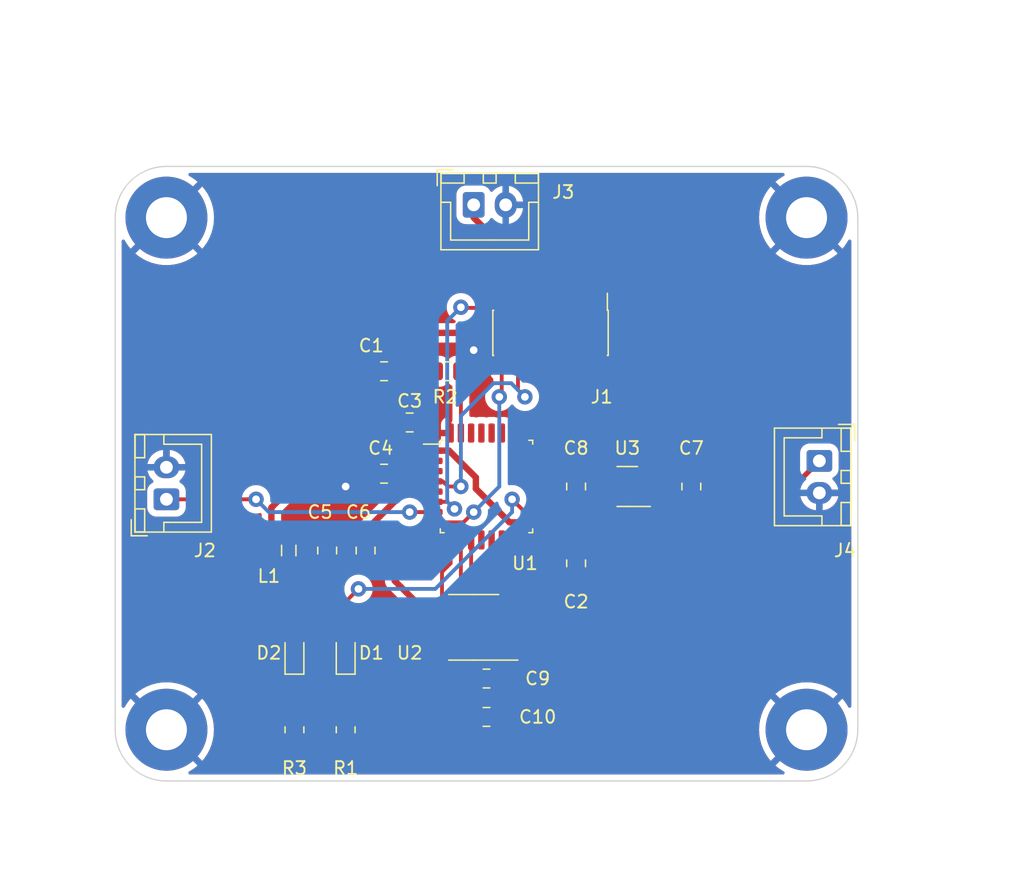
<source format=kicad_pcb>
(kicad_pcb (version 20211014) (generator pcbnew)
  (layers (0 "F.Cu" signal) (31 "B.Cu" signal) (34 "B.Paste" user) (35 "F.Paste" user) (36 "B.SilkS" user "B.Silkscreen") (37 "F.SilkS" user "F.Silkscreen") (38 "B.Mask" user) (39 "F.Mask" user) (44 "Edge.Cuts" user))
  (net 0 "")
  (net 1 "+3.3V")
  (net 2 "GND")
  (net 3 "+3.3VA")
  (net 4 "+5V")
  (net 5 "Net-(D1-Pad1)")
  (net 6 "LED_STATUS")
  (net 7 "Net-(D2-Pad1)")
  (net 10 "SWDIO")
  (net 11 "SWDCK")
  (net 15 "NRST")
  (net 16 "USART2_RX")
  (net 17 "USART2_TX")
  (net 18 "ADC_IN1")
  (net 19 "DAC_OUT")
  (net 20 "Net-(R2-Pad1)")
  (net 23 "DAC_nLDAC")
  (net 24 "DAC_nCS")
  (net 25 "SPI1_SCK")
  (net 27 "SPI1_MOSI")
  (footprint "Capacitor_SMD:C_0805_2012Metric" (layer "F.Cu") (at 163 101 180)
    (fp_text reference "C10" (at -4 0) (layer "F.SilkS"))
    (fp_text value "10u")
    (fp_line (start -0.261252 -0.735) (end 0.261252 -0.735) (layer "F.SilkS") (width 0.12))
    (fp_line (start -0.261252 0.735) (end 0.261252 0.735) (layer "F.SilkS") (width 0.12))
    (pad "1" smd roundrect (at -0.95 0 180) (size 1 1.45) (layers "F.Cu" "F.Paste" "F.Mask") (net 3 "+3.3VA"))
    (pad "2" smd roundrect (at 0.95 0 180) (size 1 1.45) (layers "F.Cu" "F.Paste" "F.Mask") (net 2 "GND"))
  )
  (footprint "LED_SMD:LED_0603_1608Metric_Pad1.05x0.95mm_HandSolder" (layer "F.Cu") (at 152 96 90)
    (fp_text reference "D1" (at 0 2 180) (layer "F.SilkS"))
    (fp_text value "LED")
    (fp_line (start -1.66 0.735) (end 0.8 0.735) (layer "F.SilkS") (width 0.12))
    (fp_line (start -1.66 -0.735) (end -1.66 0.735) (layer "F.SilkS") (width 0.12))
    (fp_line (start 0.8 -0.735) (end -1.66 -0.735) (layer "F.SilkS") (width 0.12))
    (pad "1" smd roundrect (at -0.875 0 90) (size 1.05 0.95) (layers "F.Cu" "F.Paste" "F.Mask") (net 5 "Net-(D1-Pad1)"))
    (pad "2" smd roundrect (at 0.875 0 90) (size 1.05 0.95) (layers "F.Cu" "F.Paste" "F.Mask") (net 6 "LED_STATUS"))
  )
  (footprint "MountingHole:MountingHole_3.2mm_M3_Pad" (layer "F.Cu") (at 188 102)
    (fp_text reference "H3" hide)
    (fp_text value "MountingHole_Pad")
    (pad "1" thru_hole circle (at 0 0) (size 6.4 6.4) (drill 3.2) (layers *.Cu *.Mask) (net 2 "GND"))
  )
  (footprint "Capacitor_SMD:C_0805_2012Metric_Pad1.18x1.45mm_HandSolder" (layer "F.Cu") (at 163 98 180)
    (fp_text reference "C9" (at -4 0) (layer "F.SilkS"))
    (fp_text value "100n")
    (fp_line (start -0.261252 0.735) (end 0.261252 0.735) (layer "F.SilkS") (width 0.12))
    (fp_line (start -0.261252 -0.735) (end 0.261252 -0.735) (layer "F.SilkS") (width 0.12))
    (pad "1" smd roundrect (at -1.0375 0 180) (size 1.175 1.45) (layers "F.Cu" "F.Paste" "F.Mask") (roundrect_rratio 0.2127659574) (net 3 "+3.3VA"))
    (pad "2" smd roundrect (at 1.0375 0 180) (size 1.175 1.45) (layers "F.Cu" "F.Paste" "F.Mask") (roundrect_rratio 0.2127659574) (net 2 "GND"))
  )
  (footprint "MountingHole:MountingHole_3.2mm_M3_Pad" (layer "F.Cu") (at 138 102)
    (fp_text reference "H1" hide)
    (fp_text value "MountingHole_Pad")
    (pad "1" thru_hole circle (at 0 0) (size 6.4 6.4) (drill 3.2) (layers *.Cu *.Mask) (net 2 "GND"))
  )
  (footprint "Capacitor_SMD:C_0805_2012Metric" (layer "F.Cu") (at 179 83 90)
    (fp_text reference "C7" (at 3 0 180) (layer "F.SilkS"))
    (fp_text value "1uF")
    (fp_line (start -0.261252 0.735) (end 0.261252 0.735) (layer "F.SilkS") (width 0.12))
    (fp_line (start -0.261252 -0.735) (end 0.261252 -0.735) (layer "F.SilkS") (width 0.12))
    (pad "1" smd roundrect (at -0.95 0 90) (size 1 1.45) (layers "F.Cu" "F.Paste" "F.Mask") (net 4 "+5V"))
    (pad "2" smd roundrect (at 0.95 0 90) (size 1 1.45) (layers "F.Cu" "F.Paste" "F.Mask") (net 2 "GND"))
  )
  (footprint "Connector_JST:JST_XH_B2B-XH-A_1x02_P2.50mm_Vertical" (layer "F.Cu") (at 189 81 -90)
    (fp_text reference "J4" (at 7 -2) (layer "F.SilkS"))
    (fp_text value "Conn_01x02")
    (fp_line (start 5.05 -0.2) (end 4.3 -0.2) (layer "F.SilkS") (width 0.12))
    (fp_line (start -2.85 -2.75) (end -2.85 -1.5) (layer "F.SilkS") (width 0.12))
    (fp_line (start -1.8 2.75) (end 1.25 2.75) (layer "F.SilkS") (width 0.12))
    (fp_line (start 4.3 2.75) (end 1.25 2.75) (layer "F.SilkS") (width 0.12))
    (fp_line (start 0.75 -1.7) (end 1.75 -1.7) (layer "F.SilkS") (width 0.12))
    (fp_line (start -2.55 -1.7) (end -0.75 -1.7) (layer "F.SilkS") (width 0.12))
    (fp_line (start 0.75 -2.45) (end 0.75 -1.7) (layer "F.SilkS") (width 0.12))
    (fp_line (start -2.56 -2.46) (end -2.56 3.51) (layer "F.SilkS") (width 0.12))
    (fp_line (start -1.6 -2.75) (end -2.85 -2.75) (layer "F.SilkS") (width 0.12))
    (fp_line (start 3.25 -1.7) (end 5.05 -1.7) (layer "F.SilkS") (width 0.12))
    (fp_line (start 5.05 -1.7) (end 5.05 -2.45) (layer "F.SilkS") (width 0.12))
    (fp_line (start -0.75 -1.7) (end -0.75 -2.45) (layer "F.SilkS") (width 0.12))
    (fp_line (start 1.75 -1.7) (end 1.75 -2.45) (layer "F.SilkS") (width 0.12))
    (fp_line (start 5.05 -2.45) (end 3.25 -2.45) (layer "F.SilkS") (width 0.12))
    (fp_line (start 5.06 -2.46) (end -2.56 -2.46) (layer "F.SilkS") (width 0.12))
    (fp_line (start -0.75 -2.45) (end -2.55 -2.45) (layer "F.SilkS") (width 0.12))
    (fp_line (start 1.75 -2.45) (end 0.75 -2.45) (layer "F.SilkS") (width 0.12))
    (fp_line (start -2.55 -2.45) (end -2.55 -1.7) (layer "F.SilkS") (width 0.12))
    (fp_line (start -1.8 -0.2) (end -1.8 2.75) (layer "F.SilkS") (width 0.12))
    (fp_line (start -2.56 3.51) (end 5.06 3.51) (layer "F.SilkS") (width 0.12))
    (fp_line (start 5.06 3.51) (end 5.06 -2.46) (layer "F.SilkS") (width 0.12))
    (fp_line (start 3.25 -2.45) (end 3.25 -1.7) (layer "F.SilkS") (width 0.12))
    (fp_line (start -2.55 -0.2) (end -1.8 -0.2) (layer "F.SilkS") (width 0.12))
    (fp_line (start 4.3 -0.2) (end 4.3 2.75) (layer "F.SilkS") (width 0.12))
    (pad "1" thru_hole roundrect (at 0 0 270) (size 1.7 2) (drill 1) (layers *.Cu *.Mask) (roundrect_rratio 0.1470588235) (net 19 "DAC_OUT"))
    (pad "2" thru_hole oval (at 2.5 0 270) (size 1.7 2) (drill 1) (layers *.Cu *.Mask) (net 2 "GND"))
  )
  (footprint "Resistor_SMD:R_0805_2012Metric_Pad1.20x1.40mm_HandSolder" (layer "F.Cu") (at 152 102 -90)
    (fp_text reference "R1" (at 3 0 180) (layer "F.SilkS"))
    (fp_text value "1k")
    (fp_line (start -0.227064 -0.735) (end 0.227064 -0.735) (layer "F.SilkS") (width 0.12))
    (fp_line (start -0.227064 0.735) (end 0.227064 0.735) (layer "F.SilkS") (width 0.12))
    (pad "1" smd roundrect (at -1 0 270) (size 1.2 1.4) (layers "F.Cu" "F.Paste" "F.Mask") (roundrect_rratio 0.2083333333) (net 5 "Net-(D1-Pad1)"))
    (pad "2" smd roundrect (at 1 0 270) (size 1.2 1.4) (layers "F.Cu" "F.Paste" "F.Mask") (roundrect_rratio 0.2083333333) (net 2 "GND"))
  )
  (footprint "Connector_JST:JST_XH_B2B-XH-A_1x02_P2.50mm_Vertical" (layer "F.Cu") (at 162 61)
    (fp_text reference "J3" (at 7 -1) (layer "F.SilkS"))
    (fp_text value "Conn_01x02")
    (fp_line (start -1.8 -0.2) (end -1.8 2.75) (layer "F.SilkS") (width 0.12))
    (fp_line (start -2.55 -0.2) (end -1.8 -0.2) (layer "F.SilkS") (width 0.12))
    (fp_line (start -2.55 -1.7) (end -0.75 -1.7) (layer "F.SilkS") (width 0.12))
    (fp_line (start 5.05 -1.7) (end 5.05 -2.45) (layer "F.SilkS") (width 0.12))
    (fp_line (start 3.25 -1.7) (end 5.05 -1.7) (layer "F.SilkS") (width 0.12))
    (fp_line (start 0.75 -1.7) (end 1.75 -1.7) (layer "F.SilkS") (width 0.12))
    (fp_line (start 5.06 3.51) (end 5.06 -2.46) (layer "F.SilkS") (width 0.12))
    (fp_line (start 5.05 -0.2) (end 4.3 -0.2) (layer "F.SilkS") (width 0.12))
    (fp_line (start 4.3 2.75) (end 1.25 2.75) (layer "F.SilkS") (width 0.12))
    (fp_line (start 1.75 -1.7) (end 1.75 -2.45) (layer "F.SilkS") (width 0.12))
    (fp_line (start -1.8 2.75) (end 1.25 2.75) (layer "F.SilkS") (width 0.12))
    (fp_line (start -2.85 -2.75) (end -2.85 -1.5) (layer "F.SilkS") (width 0.12))
    (fp_line (start 5.06 -2.46) (end -2.56 -2.46) (layer "F.SilkS") (width 0.12))
    (fp_line (start 0.75 -2.45) (end 0.75 -1.7) (layer "F.SilkS") (width 0.12))
    (fp_line (start -2.56 3.51) (end 5.06 3.51) (layer "F.SilkS") (width 0.12))
    (fp_line (start -0.75 -1.7) (end -0.75 -2.45) (layer "F.SilkS") (width 0.12))
    (fp_line (start 5.05 -2.45) (end 3.25 -2.45) (layer "F.SilkS") (width 0.12))
    (fp_line (start 3.25 -2.45) (end 3.25 -1.7) (layer "F.SilkS") (width 0.12))
    (fp_line (start -1.6 -2.75) (end -2.85 -2.75) (layer "F.SilkS") (width 0.12))
    (fp_line (start -2.55 -2.45) (end -2.55 -1.7) (layer "F.SilkS") (width 0.12))
    (fp_line (start -2.56 -2.46) (end -2.56 3.51) (layer "F.SilkS") (width 0.12))
    (fp_line (start -0.75 -2.45) (end -2.55 -2.45) (layer "F.SilkS") (width 0.12))
    (fp_line (start 4.3 -0.2) (end 4.3 2.75) (layer "F.SilkS") (width 0.12))
    (fp_line (start 1.75 -2.45) (end 0.75 -2.45) (layer "F.SilkS") (width 0.12))
    (pad "1" thru_hole roundrect (at 0 0) (size 1.7 2) (drill 1) (layers *.Cu *.Mask) (roundrect_rratio 0.1470588235) (net 4 "+5V"))
    (pad "2" thru_hole oval (at 2.5 0) (size 1.7 2) (drill 1) (layers *.Cu *.Mask) (net 2 "GND"))
  )
  (footprint "Capacitor_SMD:C_0805_2012Metric_Pad1.18x1.45mm_HandSolder" (layer "F.Cu") (at 155 82 180)
    (fp_text reference "C4" (at 0.261252 2) (layer "F.SilkS"))
    (fp_text value "100n")
    (fp_line (start -0.261252 -0.735) (end 0.261252 -0.735) (layer "F.SilkS") (width 0.12))
    (fp_line (start -0.261252 0.735) (end 0.261252 0.735) (layer "F.SilkS") (width 0.12))
    (pad "1" smd roundrect (at -1.0375 0 180) (size 1.175 1.45) (layers "F.Cu" "F.Paste" "F.Mask") (roundrect_rratio 0.2127659574) (net 15 "NRST"))
    (pad "2" smd roundrect (at 1.0375 0 180) (size 1.175 1.45) (layers "F.Cu" "F.Paste" "F.Mask") (roundrect_rratio 0.2127659574) (net 2 "GND"))
  )
  (footprint "Capacitor_SMD:C_0805_2012Metric_Pad1.18x1.45mm_HandSolder" (layer "F.Cu") (at 153.55625 88 -90)
    (fp_text reference "C6" (at -3 0.55625 180) (layer "F.SilkS"))
    (fp_text value "10n")
    (fp_line (start -0.261252 -0.735) (end 0.261252 -0.735) (layer "F.SilkS") (width 0.12))
    (fp_line (start -0.261252 0.735) (end 0.261252 0.735) (layer "F.SilkS") (width 0.12))
    (pad "1" smd roundrect (at -1.0375 0 270) (size 1.175 1.45) (layers "F.Cu" "F.Paste" "F.Mask") (roundrect_rratio 0.2127659574) (net 3 "+3.3VA"))
    (pad "2" smd roundrect (at 1.0375 0 270) (size 1.175 1.45) (layers "F.Cu" "F.Paste" "F.Mask") (roundrect_rratio 0.2127659574) (net 2 "GND"))
  )
  (footprint "Capacitor_SMD:C_0805_2012Metric_Pad1.18x1.45mm_HandSolder" (layer "F.Cu") (at 155 74)
    (fp_text reference "C1" (at -1 -2) (layer "F.SilkS"))
    (fp_text value "4u7")
    (fp_line (start -0.261252 0.735) (end 0.261252 0.735) (layer "F.SilkS") (width 0.12))
    (fp_line (start -0.261252 -0.735) (end 0.261252 -0.735) (layer "F.SilkS") (width 0.12))
    (pad "1" smd roundrect (at -1.0375 0) (size 1.175 1.45) (layers "F.Cu" "F.Paste" "F.Mask") (roundrect_rratio 0.2127659574) (net 1 "+3.3V"))
    (pad "2" smd roundrect (at 1.0375 0) (size 1.175 1.45) (layers "F.Cu" "F.Paste" "F.Mask") (roundrect_rratio 0.2127659574) (net 2 "GND"))
  )
  (footprint "Package_SO:SOIC-8_3.9x4.9mm_P1.27mm" (layer "F.Cu") (at 162 94 180)
    (fp_text reference "U2" (at 5 -2) (layer "F.SilkS"))
    (fp_text value "MCP4801")
    (fp_line (start 0 -2.56) (end -3.45 -2.56) (layer "F.SilkS") (width 0.12))
    (fp_line (start 0 2.56) (end 1.95 2.56) (layer "F.SilkS") (width 0.12))
    (fp_line (start 0 -2.56) (end 1.95 -2.56) (layer "F.SilkS") (width 0.12))
    (fp_line (start 0 2.56) (end -1.95 2.56) (layer "F.SilkS") (width 0.12))
    (pad "1" smd roundrect (at -2.475 -1.905 180) (size 1.95 0.6) (layers "F.Cu" "F.Paste" "F.Mask") (net 3 "+3.3VA"))
    (pad "2" smd roundrect (at -2.475 -0.635 180) (size 1.95 0.6) (layers "F.Cu" "F.Paste" "F.Mask") (net 24 "DAC_nCS"))
    (pad "3" smd roundrect (at -2.475 0.635 180) (size 1.95 0.6) (layers "F.Cu" "F.Paste" "F.Mask") (net 25 "SPI1_SCK"))
    (pad "4" smd roundrect (at -2.475 1.905 180) (size 1.95 0.6) (layers "F.Cu" "F.Paste" "F.Mask") (net 27 "SPI1_MOSI"))
    (pad "5" smd roundrect (at 2.475 1.905 180) (size 1.95 0.6) (layers "F.Cu" "F.Paste" "F.Mask") (net 23 "DAC_nLDAC"))
    (pad "6" smd roundrect (at 2.475 0.635 180) (size 1.95 0.6) (layers "F.Cu" "F.Paste" "F.Mask") (net 3 "+3.3VA"))
    (pad "7" smd roundrect (at 2.475 -0.635 180) (size 1.95 0.6) (layers "F.Cu" "F.Paste" "F.Mask") (net 2 "GND"))
    (pad "8" smd roundrect (at 2.475 -1.905 180) (size 1.95 0.6) (layers "F.Cu" "F.Paste" "F.Mask") (net 19 "DAC_OUT"))
  )
  (footprint "Capacitor_SMD:C_0805_2012Metric_Pad1.18x1.45mm_HandSolder" (layer "F.Cu") (at 150.55625 88 -90)
    (fp_text reference "C5" (at -3 0.55625 180) (layer "F.SilkS"))
    (fp_text value "1u")
    (fp_line (start -0.261252 0.735) (end 0.261252 0.735) (layer "F.SilkS") (width 0.12))
    (fp_line (start -0.261252 -0.735) (end 0.261252 -0.735) (layer "F.SilkS") (width 0.12))
    (pad "1" smd roundrect (at -1.0375 0 270) (size 1.175 1.45) (layers "F.Cu" "F.Paste" "F.Mask") (roundrect_rratio 0.2127659574) (net 3 "+3.3VA"))
    (pad "2" smd roundrect (at 1.0375 0 270) (size 1.175 1.45) (layers "F.Cu" "F.Paste" "F.Mask") (roundrect_rratio 0.2127659574) (net 2 "GND"))
  )
  (footprint "Connector_PinHeader_1.27mm:PinHeader_2x07_P1.27mm_Vertical_SMD" (layer "F.Cu") (at 168 71 -90)
    (fp_text reference "J1" (at 5 -4 180) (layer "F.SilkS"))
    (fp_text value "Conn_02x07_Odd_Even")
    (fp_line (start -3.09 -4.44) (end -1.765 -4.44) (layer "F.SilkS") (width 0.12))
    (fp_line (start -1.765 4.44) (end -1.765 4.505) (layer "F.SilkS") (width 0.12))
    (fp_line (start -1.765 -4.505) (end -1.765 -4.44) (layer "F.SilkS") (width 0.12))
    (fp_line (start 1.765 -4.505) (end 1.765 -4.44) (layer "F.SilkS") (width 0.12))
    (fp_line (start -1.765 -4.505) (end 1.765 -4.505) (layer "F.SilkS") (width 0.12))
    (fp_line (start 1.765 4.44) (end 1.765 4.505) (layer "F.SilkS") (width 0.12))
    (fp_line (start -1.765 4.505) (end 1.765 4.505) (layer "F.SilkS") (width 0.12))
    (pad "1" smd rect (at -1.95 -3.81 270) (size 2.4 0.74) (layers "F.Cu" "F.Paste" "F.Mask"))
    (pad "2" smd rect (at 1.95 -3.81 270) (size 2.4 0.74) (layers "F.Cu" "F.Paste" "F.Mask"))
    (pad "3" smd rect (at -1.95 -2.54 270) (size 2.4 0.74) (layers "F.Cu" "F.Paste" "F.Mask") (net 1 "+3.3V"))
    (pad "4" smd rect (at 1.95 -2.54 270) (size 2.4 0.74) (layers "F.Cu" "F.Paste" "F.Mask") (net 10 "SWDIO"))
    (pad "5" smd rect (at -1.95 -1.27 270) (size 2.4 0.74) (layers "F.Cu" "F.Paste" "F.Mask") (net 2 "GND"))
    (pad "6" smd rect (at 1.95 -1.27 270) (size 2.4 0.74) (layers "F.Cu" "F.Paste" "F.Mask") (net 11 "SWDCK"))
    (pad "7" smd rect (at -1.95 0 270) (size 2.4 0.74) (layers "F.Cu" "F.Paste" "F.Mask") (net 2 "GND"))
    (pad "8" smd rect (at 1.95 0 270) (size 2.4 0.74) (layers "F.Cu" "F.Paste" "F.Mask"))
    (pad "9" smd rect (at -1.95 1.27 270) (size 2.4 0.74) (layers "F.Cu" "F.Paste" "F.Mask"))
    (pad "10" smd rect (at 1.95 1.27 270) (size 2.4 0.74) (layers "F.Cu" "F.Paste" "F.Mask"))
    (pad "11" smd rect (at -1.95 2.54 270) (size 2.4 0.74) (layers "F.Cu" "F.Paste" "F.Mask") (net 2 "GND"))
    (pad "12" smd rect (at 1.95 2.54 270) (size 2.4 0.74) (layers "F.Cu" "F.Paste" "F.Mask") (net 15 "NRST"))
    (pad "13" smd rect (at -1.95 3.81 270) (size 2.4 0.74) (layers "F.Cu" "F.Paste" "F.Mask") (net 16 "USART2_RX"))
    (pad "14" smd rect (at 1.95 3.81 270) (size 2.4 0.74) (layers "F.Cu" "F.Paste" "F.Mask") (net 17 "USART2_TX"))
  )
  (footprint "Resistor_SMD:R_0805_2012Metric_Pad1.20x1.40mm_HandSolder" (layer "F.Cu") (at 160 74 180)
    (fp_text reference "R2" (at 0.227064 -2) (layer "F.SilkS"))
    (fp_text value "100k")
    (fp_line (start -0.227064 -0.735) (end 0.227064 -0.735) (layer "F.SilkS") (width 0.12))
    (fp_line (start -0.227064 0.735) (end 0.227064 0.735) (layer "F.SilkS") (width 0.12))
    (pad "1" smd roundrect (at -1 0 180) (size 1.2 1.4) (layers "F.Cu" "F.Paste" "F.Mask") (roundrect_rratio 0.2083333333) (net 20 "Net-(R2-Pad1)"))
    (pad "2" smd roundrect (at 1 0 180) (size 1.2 1.4) (layers "F.Cu" "F.Paste" "F.Mask") (roundrect_rratio 0.2083333333) (net 2 "GND"))
  )
  (footprint "Inductor_SMD:L_0805_2012Metric_Pad1.05x1.20mm_HandSolder" (layer "F.Cu") (at 147.55625 88 90)
    (fp_text reference "L1" (at -2 -1.55625 180) (layer "F.SilkS"))
    (fp_text value "39n")
    (fp_line (start -0.410242 0.56) (end 0.410242 0.56) (layer "F.SilkS") (width 0.12))
    (fp_line (start -0.410242 -0.56) (end 0.410242 -0.56) (layer "F.SilkS") (width 0.12))
    (pad "1" smd roundrect (at -1.15 0 90) (size 1.05 1.2) (layers "F.Cu" "F.Paste" "F.Mask") (roundrect_rratio 0.2380952381) (net 1 "+3.3V"))
    (pad "2" smd roundrect (at 1.15 0 90) (size 1.05 1.2) (layers "F.Cu" "F.Paste" "F.Mask") (roundrect_rratio 0.2380952381) (net 3 "+3.3VA"))
  )
  (footprint "MountingHole:MountingHole_3.2mm_M3_Pad" (layer "F.Cu") (at 188 62)
    (fp_text reference "H2" hide)
    (fp_text value "MountingHole_Pad")
    (pad "1" thru_hole circle (at 0 0) (size 6.4 6.4) (drill 3.2) (layers *.Cu *.Mask) (net 2 "GND"))
  )
  (footprint "Package_QFP:LQFP-32_7x7mm_P0.8mm" (layer "F.Cu") (at 163 83)
    (fp_text reference "U1" (at 3 6) (layer "F.SilkS"))
    (fp_text value "STM32L021K4T6")
    (fp_line (start 3.31 3.61) (end 3.61 3.61) (layer "F.SilkS") (width 0.12))
    (fp_line (start 3.31 -3.61) (end 3.61 -3.61) (layer "F.SilkS") (width 0.12))
    (fp_line (start -3.61 3.61) (end -3.61 3.31) (layer "F.SilkS") (width 0.12))
    (fp_line (start -3.61 -3.31) (end -4.925 -3.31) (layer "F.SilkS") (width 0.12))
    (fp_line (start -3.31 -3.61) (end -3.61 -3.61) (layer "F.SilkS") (width 0.12))
    (fp_line (start -3.31 3.61) (end -3.61 3.61) (layer "F.SilkS") (width 0.12))
    (fp_line (start -3.61 -3.61) (end -3.61 -3.31) (layer "F.SilkS") (width 0.12))
    (fp_line (start 3.61 -3.61) (end 3.61 -3.31) (layer "F.SilkS") (width 0.12))
    (fp_line (start 3.61 3.61) (end 3.61 3.31) (layer "F.SilkS") (width 0.12))
    (pad "1" smd roundrect (at -4.175 -2.8) (size 1.5 0.5) (layers "F.Cu" "F.Paste" "F.Mask") (net 1 "+3.3V"))
    (pad "2" smd roundrect (at -4.175 -2) (size 1.5 0.5) (layers "F.Cu" "F.Paste" "F.Mask"))
    (pad "3" smd roundrect (at -4.175 -1.2) (size 1.5 0.5) (layers "F.Cu" "F.Paste" "F.Mask"))
    (pad "4" smd roundrect (at -4.175 -0.4) (size 1.5 0.5) (layers "F.Cu" "F.Paste" "F.Mask") (net 15 "NRST"))
    (pad "5" smd roundrect (at -4.175 0.4) (size 1.5 0.5) (layers "F.Cu" "F.Paste" "F.Mask") (net 3 "+3.3VA"))
    (pad "6" smd roundrect (at -4.175 1.2) (size 1.5 0.5) (layers "F.Cu" "F.Paste" "F.Mask") (net 16 "USART2_RX"))
    (pad "7" smd roundrect (at -4.175 2) (size 1.5 0.5) (layers "F.Cu" "F.Paste" "F.Mask") (net 18 "ADC_IN1"))
    (pad "8" smd roundrect (at -4.175 2.8) (size 1.5 0.5) (layers "F.Cu" "F.Paste" "F.Mask") (net 17 "USART2_TX"))
    (pad "9" smd roundrect (at -2.8 4.175) (size 0.5 1.5) (layers "F.Cu" "F.Paste" "F.Mask") (net 23 "DAC_nLDAC"))
    (pad "10" smd roundrect (at -2 4.175) (size 0.5 1.5) (layers "F.Cu" "F.Paste" "F.Mask") (net 24 "DAC_nCS"))
    (pad "11" smd roundrect (at -1.2 4.175) (size 0.5 1.5) (layers "F.Cu" "F.Paste" "F.Mask") (net 25 "SPI1_SCK"))
    (pad "12" smd roundrect (at -0.4 4.175) (size 0.5 1.5) (layers "F.Cu" "F.Paste" "F.Mask"))
    (pad "13" smd roundrect (at 0.4 4.175) (size 0.5 1.5) (layers "F.Cu" "F.Paste" "F.Mask") (net 27 "SPI1_MOSI"))
    (pad "14" smd roundrect (at 1.2 4.175) (size 0.5 1.5) (layers "F.Cu" "F.Paste" "F.Mask"))
    (pad "15" smd roundrect (at 2 4.175) (size 0.5 1.5) (layers "F.Cu" "F.Paste" "F.Mask"))
    (pad "16" smd roundrect (at 2.8 4.175) (size 0.5 1.5) (layers "F.Cu" "F.Paste" "F.Mask") (net 2 "GND"))
    (pad "17" smd roundrect (at 4.175 2.8) (size 1.5 0.5) (layers "F.Cu" "F.Paste" "F.Mask") (net 1 "+3.3V"))
    (pad "18" smd roundrect (at 4.175 2) (size 1.5 0.5) (layers "F.Cu" "F.Paste" "F.Mask") (net 6 "LED_STATUS"))
    (pad "19" smd roundrect (at 4.175 1.2) (size 1.5 0.5) (layers "F.Cu" "F.Paste" "F.Mask"))
    (pad "20" smd roundrect (at 4.175 0.4) (size 1.5 0.5) (layers "F.Cu" "F.Paste" "F.Mask"))
    (pad "21" smd roundrect (at 4.175 -0.4) (size 1.5 0.5) (layers "F.Cu" "F.Paste" "F.Mask"))
    (pad "22" smd roundrect (at 4.175 -1.2) (size 1.5 0.5) (layers "F.Cu" "F.Paste" "F.Mask"))
    (pad "23" smd roundrect (at 4.175 -2) (size 1.5 0.5) (layers "F.Cu" "F.Paste" "F.Mask") (net 10 "SWDIO"))
    (pad "24" smd roundrect (at 4.175 -2.8) (size 1.5 0.5) (layers "F.Cu" "F.Paste" "F.Mask") (net 11 "SWDCK"))
    (pad "25" smd roundrect (at 2.8 -4.175) (size 0.5 1.5) (layers "F.Cu" "F.Paste" "F.Mask"))
    (pad "26" smd roundrect (at 2 -4.175) (size 0.5 1.5) (layers "F.Cu" "F.Paste" "F.Mask"))
    (pad "27" smd roundrect (at 1.2 -4.175) (size 0.5 1.5) (layers "F.Cu" "F.Paste" "F.Mask"))
    (pad "28" smd roundrect (at 0.4 -4.175) (size 0.5 1.5) (layers "F.Cu" "F.Paste" "F.Mask"))
    (pad "29" smd roundrect (at -0.4 -4.175) (size 0.5 1.5) (layers "F.Cu" "F.Paste" "F.Mask"))
    (pad "30" smd roundrect (at -1.2 -4.175) (size 0.5 1.5) (layers "F.Cu" "F.Paste" "F.Mask"))
    (pad "31" smd roundrect (at -2 -4.175) (size 0.5 1.5) (layers "F.Cu" "F.Paste" "F.Mask") (net 20 "Net-(R2-Pad1)"))
    (pad "32" smd roundrect (at -2.8 -4.175) (size 0.5 1.5) (layers "F.Cu" "F.Paste" "F.Mask") (net 2 "GND"))
  )
  (footprint "Capacitor_SMD:C_0805_2012Metric" (layer "F.Cu") (at 170 83 90)
    (fp_text reference "C8" (at 3 0 180) (layer "F.SilkS"))
    (fp_text value "1uF")
    (fp_line (start -0.261252 -0.735) (end 0.261252 -0.735) (layer "F.SilkS") (width 0.12))
    (fp_line (start -0.261252 0.735) (end 0.261252 0.735) (layer "F.SilkS") (width 0.12))
    (pad "1" smd roundrect (at -0.95 0 90) (size 1 1.45) (layers "F.Cu" "F.Paste" "F.Mask") (net 1 "+3.3V"))
    (pad "2" smd roundrect (at 0.95 0 90) (size 1 1.45) (layers "F.Cu" "F.Paste" "F.Mask") (net 2 "GND"))
  )
  (footprint "Resistor_SMD:R_0805_2012Metric_Pad1.20x1.40mm_HandSolder" (layer "F.Cu") (at 148 102 -90)
    (fp_text reference "R3" (at 3 0 180) (layer "F.SilkS"))
    (fp_text value "1k")
    (fp_line (start -0.227064 -0.735) (end 0.227064 -0.735) (layer "F.SilkS") (width 0.12))
    (fp_line (start -0.227064 0.735) (end 0.227064 0.735) (layer "F.SilkS") (width 0.12))
    (pad "1" smd roundrect (at -1 0 270) (size 1.2 1.4) (layers "F.Cu" "F.Paste" "F.Mask") (roundrect_rratio 0.2083333333) (net 7 "Net-(D2-Pad1)"))
    (pad "2" smd roundrect (at 1 0 270) (size 1.2 1.4) (layers "F.Cu" "F.Paste" "F.Mask") (roundrect_rratio 0.2083333333) (net 2 "GND"))
  )
  (footprint "Connector_JST:JST_XH_B2B-XH-A_1x02_P2.50mm_Vertical" (layer "F.Cu") (at 138 84 90)
    (fp_text reference "J2" (at -4 3 180) (layer "F.SilkS"))
    (fp_text value "Conn_01x02")
    (fp_line (start 5.06 3.51) (end 5.06 -2.46) (layer "F.SilkS") (width 0.12))
    (fp_line (start -0.75 -2.45) (end -2.55 -2.45) (layer "F.SilkS") (width 0.12))
    (fp_line (start 4.3 2.75) (end 1.25 2.75) (layer "F.SilkS") (width 0.12))
    (fp_line (start -2.55 -1.7) (end -0.75 -1.7) (layer "F.SilkS") (width 0.12))
    (fp_line (start -2.55 -0.2) (end -1.8 -0.2) (layer "F.SilkS") (width 0.12))
    (fp_line (start 4.3 -0.2) (end 4.3 2.75) (layer "F.SilkS") (width 0.12))
    (fp_line (start -0.75 -1.7) (end -0.75 -2.45) (layer "F.SilkS") (width 0.12))
    (fp_line (start 0.75 -2.45) (end 0.75 -1.7) (layer "F.SilkS") (width 0.12))
    (fp_line (start -1.8 -0.2) (end -1.8 2.75) (layer "F.SilkS") (width 0.12))
    (fp_line (start 5.06 -2.46) (end -2.56 -2.46) (layer "F.SilkS") (width 0.12))
    (fp_line (start -2.55 -2.45) (end -2.55 -1.7) (layer "F.SilkS") (width 0.12))
    (fp_line (start 5.05 -1.7) (end 5.05 -2.45) (layer "F.SilkS") (width 0.12))
    (fp_line (start -2.56 3.51) (end 5.06 3.51) (layer "F.SilkS") (width 0.12))
    (fp_line (start -2.85 -2.75) (end -2.85 -1.5) (layer "F.SilkS") (width 0.12))
    (fp_line (start 5.05 -0.2) (end 4.3 -0.2) (layer "F.SilkS") (width 0.12))
    (fp_line (start 1.75 -2.45) (end 0.75 -2.45) (layer "F.SilkS") (width 0.12))
    (fp_line (start -1.8 2.75) (end 1.25 2.75) (layer "F.SilkS") (width 0.12))
    (fp_line (start 3.25 -2.45) (end 3.25 -1.7) (layer "F.SilkS") (width 0.12))
    (fp_line (start 0.75 -1.7) (end 1.75 -1.7) (layer "F.SilkS") (width 0.12))
    (fp_line (start -2.56 -2.46) (end -2.56 3.51) (layer "F.SilkS") (width 0.12))
    (fp_line (start 5.05 -2.45) (end 3.25 -2.45) (layer "F.SilkS") (width 0.12))
    (fp_line (start -1.6 -2.75) (end -2.85 -2.75) (layer "F.SilkS") (width 0.12))
    (fp_line (start 1.75 -1.7) (end 1.75 -2.45) (layer "F.SilkS") (width 0.12))
    (fp_line (start 3.25 -1.7) (end 5.05 -1.7) (layer "F.SilkS") (width 0.12))
    (pad "1" thru_hole roundrect (at 0 0 90) (size 1.7 2) (drill 1) (layers *.Cu *.Mask) (roundrect_rratio 0.1470588235) (net 18 "ADC_IN1"))
    (pad "2" thru_hole oval (at 2.5 0 90) (size 1.7 2) (drill 1) (layers *.Cu *.Mask) (net 2 "GND"))
  )
  (footprint "Capacitor_SMD:C_0805_2012Metric_Pad1.18x1.45mm_HandSolder" (layer "F.Cu") (at 157 78)
    (fp_text reference "C3" (at 0 -1.68) (layer "F.SilkS"))
    (fp_text value "100n")
    (fp_line (start -0.261252 -0.735) (end 0.261252 -0.735) (layer "F.SilkS") (width 0.12))
    (fp_line (start -0.261252 0.735) (end 0.261252 0.735) (layer "F.SilkS") (width 0.12))
    (pad "1" smd roundrect (at -1.0375 0) (size 1.175 1.45) (layers "F.Cu" "F.Paste" "F.Mask") (roundrect_rratio 0.2127659574) (net 1 "+3.3V"))
    (pad "2" smd roundrect (at 1.0375 0) (size 1.175 1.45) (layers "F.Cu" "F.Paste" "F.Mask") (roundrect_rratio 0.2127659574) (net 2 "GND"))
  )
  (footprint "Package_TO_SOT_SMD:SOT-23-5" (layer "F.Cu") (at 174 83 180)
    (fp_text reference "U3" (at 0 3) (layer "F.SilkS"))
    (fp_text value "BU33SD5WG-TR")
    (fp_line (start 0 1.56) (end 0.8 1.56) (layer "F.SilkS") (width 0.12))
    (fp_line (start 0 -1.56) (end -1.8 -1.56) (layer "F.SilkS") (width 0.12))
    (fp_line (start 0 1.56) (end -0.8 1.56) (layer "F.SilkS") (width 0.12))
    (fp_line (start 0 -1.56) (end 0.8 -1.56) (layer "F.SilkS") (width 0.12))
    (pad "1" smd roundrect (at -1.1375 -0.95 180) (size 1.325 0.6) (layers "F.Cu" "F.Paste" "F.Mask") (net 4 "+5V"))
    (pad "2" smd roundrect (at -1.1375 0 180) (size 1.325 0.6) (layers "F.Cu" "F.Paste" "F.Mask") (net 2 "GND"))
    (pad "3" smd roundrect (at -1.1375 0.95 180) (size 1.325 0.6) (layers "F.Cu" "F.Paste" "F.Mask") (net 4 "+5V"))
    (pad "4" smd roundrect (at 1.1375 0.95 180) (size 1.325 0.6) (layers "F.Cu" "F.Paste" "F.Mask"))
    (pad "5" smd roundrect (at 1.1375 -0.95 180) (size 1.325 0.6) (layers "F.Cu" "F.Paste" "F.Mask") (net 1 "+3.3V"))
  )
  (footprint "MountingHole:MountingHole_3.2mm_M3_Pad" (layer "F.Cu") (at 138 62)
    (fp_text reference "H4" hide)
    (fp_text value "MountingHole_Pad")
    (pad "1" thru_hole circle (at 0 0) (size 6.4 6.4) (drill 3.2) (layers *.Cu *.Mask) (net 2 "GND"))
  )
  (footprint "LED_SMD:LED_0603_1608Metric_Pad1.05x0.95mm_HandSolder" (layer "F.Cu") (at 148 96 90)
    (fp_text reference "D2" (at 0 -2 180) (layer "F.SilkS"))
    (fp_text value "GREEN LED")
    (fp_line (start -1.66 0.735) (end 0.8 0.735) (layer "F.SilkS") (width 0.12))
    (fp_line (start -1.66 -0.735) (end -1.66 0.735) (layer "F.SilkS") (width 0.12))
    (fp_line (start 0.8 -0.735) (end -1.66 -0.735) (layer "F.SilkS") (width 0.12))
    (pad "1" smd roundrect (at -0.875 0 90) (size 1.05 0.95) (layers "F.Cu" "F.Paste" "F.Mask") (net 7 "Net-(D2-Pad1)"))
    (pad "2" smd roundrect (at 0.875 0 90) (size 1.05 0.95) (layers "F.Cu" "F.Paste" "F.Mask") (net 1 "+3.3V"))
  )
  (footprint "Capacitor_SMD:C_0805_2012Metric_Pad1.18x1.45mm_HandSolder" (layer "F.Cu") (at 170 89 -90)
    (fp_text reference "C2" (at 3 0 180) (layer "F.SilkS"))
    (fp_text value "100n")
    (fp_line (start -0.261252 0.735) (end 0.261252 0.735) (layer "F.SilkS") (width 0.12))
    (fp_line (start -0.261252 -0.735) (end 0.261252 -0.735) (layer "F.SilkS") (width 0.12))
    (pad "1" smd roundrect (at -1.0375 0 270) (size 1.175 1.45) (layers "F.Cu" "F.Paste" "F.Mask") (roundrect_rratio 0.2127659574) (net 1 "+3.3V"))
    (pad "2" smd roundrect (at 1.0375 0 270) (size 1.175 1.45) (layers "F.Cu" "F.Paste" "F.Mask") (roundrect_rratio 0.2127659574) (net 2 "GND"))
  )
  (gr_line (start 138 58) (end 188 58) (layer "Edge.Cuts") (width 0.1))
  (gr_arc (start 188 58) (mid 190.828427 59.171573) (end 192 62) (layer "Edge.Cuts") (width 0.1))
  (gr_line (start 188 106) (end 138 106) (layer "Edge.Cuts") (width 0.1))
  (gr_line (start 192 102) (end 192 62) (layer "Edge.Cuts") (width 0.1))
  (gr_arc (start 134 62) (mid 135.171573 59.171573) (end 138 58) (layer "Edge.Cuts") (width 0.1))
  (gr_line (start 134 62) (end 134 102) (layer "Edge.Cuts") (width 0.1))
  (gr_arc (start 192 102) (mid 190.828427 104.828427) (end 188 106) (layer "Edge.Cuts") (width 0.1))
  (gr_arc (start 138 106) (mid 135.171573 104.828427) (end 134 102) (layer "Edge.Cuts") (width 0.1))
  (gr_text "DOMINGO Dorian\nSIMOES Raphaël" (at 150 62) (layer "F.Cu") (effects (font (size 1.2 1.3) (thickness 0.3))))
  (segment (start 153.9625 74) (end 153.9625 76) (width 0.5) (layer "F.Cu") (net 1))
  (segment (start 153.9625 76) (end 155.9625 78) (width 0.5) (layer "F.Cu") (net 1))
  (segment (start 170.54 70.55) (end 170.09 71) (width 0.5) (layer "F.Cu") (net 1))
  (segment (start 162.17 82.295) (end 160.075 80.2) (width 0.5) (layer "F.Cu") (net 1))
  (segment (start 170.0375 88) (end 170.0375 87.01875) (width 0.5) (layer "F.Cu") (net 1))
  (segment (start 164.8 85.8) (end 162.17 83.17) (width 0.5) (layer "F.Cu") (net 1))
  (segment (start 168.81875 85.8) (end 167.175 85.8) (width 0.5) (layer "F.Cu") (net 1))
  (segment (start 172.8625 83.95) (end 170 83.95) (width 0.5) (layer "F.Cu") (net 1))
  (segment (start 169 85.8) (end 167.175 85.8) (width 0.5) (layer "F.Cu") (net 1))
  (segment (start 146.2 84.65) (end 147.85 83) (width 0.5) (layer "F.Cu") (net 1))
  (segment (start 162.17 83.17) (end 162.17 82.295) (width 0.5) (layer "F.Cu") (net 1))
  (segment (start 170.0375 87.01875) (end 168.81875 85.8) (width 0.5) (layer "F.Cu") (net 1))
  (segment (start 155.9625 78) (end 158.1625 80.2) (width 0.5) (layer "F.Cu") (net 1))
  (segment (start 148 89.59375) (end 147.55625 89.15) (width 0.5) (layer "F.Cu") (net 1))
  (segment (start 170.09 71) (end 156.9625 71) (width 0.5) (layer "F.Cu") (net 1))
  (segment (start 149 83) (end 154 78) (width 0.5) (layer "F.Cu") (net 1))
  (segment (start 167.175 85.8) (end 164.8 85.8) (width 0.5) (layer "F.Cu") (net 1))
  (segment (start 148 95.125) (end 148 89.59375) (width 0.5) (layer "F.Cu") (net 1))
  (segment (start 158.1625 80.2) (end 158.825 80.2) (width 0.5) (layer "F.Cu") (net 1))
  (segment (start 169 84.95) (end 169 85.8) (width 0.5) (layer "F.Cu") (net 1))
  (segment (start 170 83.95) (end 169 84.95) (width 0.5) (layer "F.Cu") (net 1))
  (segment (start 154 78) (end 155.9625 78) (width 0.5) (layer "F.Cu") (net 1))
  (segment (start 156.9625 71) (end 153.9625 74) (width 0.5) (layer "F.Cu") (net 1))
  (segment (start 147.55625 89.15) (end 146.2 87.79375) (width 0.5) (layer "F.Cu") (net 1))
  (segment (start 160.075 80.2) (end 158.825 80.2) (width 0.5) (layer "F.Cu") (net 1))
  (segment (start 147.85 83) (end 149 83) (width 0.5) (layer "F.Cu") (net 1))
  (segment (start 170.54 69.05) (end 170.54 70.55) (width 0.5) (layer "F.Cu") (net 1))
  (segment (start 146.2 87.79375) (end 146.2 84.65) (width 0.5) (layer "F.Cu") (net 1))
  (segment (start 175.1375 83) (end 170.95 83) (width 0.3) (layer "F.Cu") (net 2))
  (segment (start 170.95 83) (end 170 82.05) (width 0.3) (layer "F.Cu") (net 2))
  (via (at 152 83) (size 1.2) (drill 0.6) (layers "F.Cu" "B.Cu") (net 2))
  (via (at 162 72.3495) (size 1.2) (drill 0.6) (layers "F.Cu" "B.Cu") (net 2))
  (segment (start 153.55625 86.9625) (end 153.55625 86.44375) (width 0.5) (layer "F.Cu") (net 3))
  (segment (start 150.44375 86.85) (end 150.55625 86.9625) (width 0.5) (layer "F.Cu") (net 3))
  (segment (start 164.475 95.905) (end 164.475 97.5625) (width 0.5) (layer "F.Cu") (net 3))
  (segment (start 155.83 89.23625) (end 155.83 90.364949) (width 0.5) (layer "F.Cu") (net 3))
  (segment (start 162.759949 95.905) (end 160.219949 93.365) (width 0.5) (layer "F.Cu") (net 3))
  (segment (start 164.475 95.905) (end 162.759949 95.905) (width 0.5) (layer "F.Cu") (net 3))
  (segment (start 160.219949 93.365) (end 159.525 93.365) (width 0.5) (layer "F.Cu") (net 3))
  (segment (start 164.0375 98) (end 164.0375 100.9125) (width 0.5) (layer "F.Cu") (net 3))
  (segment (start 155.83 90.364949) (end 158.830051 93.365) (width 0.5) (layer "F.Cu") (net 3))
  (segment (start 158.830051 93.365) (end 159.525 93.365) (width 0.5) (layer "F.Cu") (net 3))
  (segment (start 164.0375 100.9125) (end 163.95 101) (width 0.5) (layer "F.Cu") (net 3))
  (segment (start 150.55625 86.9625) (end 153.55625 86.9625) (width 0.5) (layer "F.Cu") (net 3))
  (segment (start 156.6 83.4) (end 158.825 83.4) (width 0.5) (layer "F.Cu") (net 3))
  (segment (start 164.475 97.5625) (end 164.0375 98) (width 0.5) (layer "F.Cu") (net 3))
  (segment (start 153.55625 86.44375) (end 156.6 83.4) (width 0.5) (layer "F.Cu") (net 3))
  (segment (start 153.55625 86.9625) (end 155.83 89.23625) (width 0.5) (layer "F.Cu") (net 3))
  (segment (start 147.55625 86.85) (end 150.44375 86.85) (width 0.5) (layer "F.Cu") (net 3))
  (segment (start 180.05 83.95) (end 179 83.95) (width 0.5) (layer "F.Cu") (net 4))
  (segment (start 182 82) (end 180.05 83.95) (width 0.5) (layer "F.Cu") (net 4))
  (segment (start 174 63) (end 182 71) (width 0.5) (layer "F.Cu") (net 4))
  (segment (start 176.95 83.95) (end 175.1375 83.95) (width 0.5) (layer "F.Cu") (net 4))
  (segment (start 177 84) (end 177 83.210051) (width 0.5) (layer "F.Cu") (net 4))
  (segment (start 182 71) (end 182 82) (width 0.5) (layer "F.Cu") (net 4))
  (segment (start 163 63) (end 174 63) (width 0.5) (layer "F.Cu") (net 4))
  (segment (start 179 83.95) (end 176.95 83.95) (width 0.5) (layer "F.Cu") (net 4))
  (segment (start 162 62) (end 163 63) (width 0.5) (layer "F.Cu") (net 4))
  (segment (start 175.839949 82.05) (end 175.1375 82.05) (width 0.5) (layer "F.Cu") (net 4))
  (segment (start 179 83.95) (end 178.95 84) (width 0.5) (layer "F.Cu") (net 4))
  (segment (start 177 83.210051) (end 175.839949 82.05) (width 0.5) (layer "F.Cu") (net 4))
  (segment (start 178.95 84) (end 177 84) (width 0.5) (layer "F.Cu") (net 4))
  (segment (start 152 101) (end 152 96.875) (width 0.3) (layer "F.Cu") (net 5))
  (segment (start 152 92) (end 153 91) (width 0.3) (layer "F.Cu") (net 6))
  (segment (start 166 85) (end 165 84) (width 0.3) (layer "F.Cu") (net 6))
  (segment (start 167.175 85) (end 166 85) (width 0.3) (layer "F.Cu") (net 6))
  (segment (start 152 95.125) (end 152 92) (width 0.3) (layer "F.Cu") (net 6))
  (via (at 165 84) (size 1.2) (drill 0.6) (layers "F.Cu" "B.Cu") (net 6))
  (via (at 153 91) (size 1.2) (drill 0.6) (layers "F.Cu" "B.Cu") (net 6))
  (segment (start 165 84) (end 165 85) (width 0.3) (layer "B.Cu") (net 6))
  (segment (start 159 91) (end 153 91) (width 0.3) (layer "B.Cu") (net 6))
  (segment (start 165 85) (end 159 91) (width 0.3) (layer "B.Cu") (net 6))
  (segment (start 148 96.875) (end 148 101) (width 0.5) (layer "F.Cu") (net 7))
  (segment (start 170.54 78.96) (end 170.54 73.95) (width 0.3) (layer "F.Cu") (net 10))
  (segment (start 167.175 81) (end 168.5 81) (width 0.3) (layer "F.Cu") (net 10))
  (segment (start 168.5 81) (end 170.54 78.96) (width 0.3) (layer "F.Cu") (net 10))
  (segment (start 167.175 80.2) (end 168.2 80.2) (width 0.3) (layer "F.Cu") (net 11))
  (segment (start 169.27 79.13) (end 169.27 72.95) (width 0.3) (layer "F.Cu") (net 11))
  (segment (start 169.27 74.73) (end 169.27 73.95) (width 0.3) (layer "F.Cu") (net 11))
  (segment (start 168.2 80.2) (end 169.27 79.13) (width 0.3) (layer "F.Cu") (net 11))
  (segment (start 156.0375 82) (end 156.6375 82.6) (width 0.3) (layer "F.Cu") (net 15))
  (segment (start 159.988173 83) (end 159.588173 82.6) (width 0.3) (layer "F.Cu") (net 15))
  (segment (start 165.46 72.95) (end 165.46 75.46) (width 0.3) (layer "F.Cu") (net 15))
  (segment (start 165.46 75.46) (end 166 76) (width 0.3) (layer "F.Cu") (net 15))
  (segment (start 159.588173 82.6) (end 158.825 82.6) (width 0.3) (layer "F.Cu") (net 15))
  (segment (start 156.6375 82.6) (end 158.825 82.6) (width 0.3) (layer "F.Cu") (net 15))
  (segment (start 161 83) (end 159.988173 83) (width 0.3) (layer "F.Cu") (net 15))
  (via (at 166 76) (size 1.2) (drill 0.6) (layers "F.Cu" "B.Cu") (net 15))
  (via (at 161 83) (size 1.2) (drill 0.6) (layers "F.Cu" "B.Cu") (net 15))
  (segment (start 161 83) (end 161 77.486791) (width 0.3) (layer "B.Cu") (net 15))
  (segment (start 161 77.486791) (end 163.556791 74.93) (width 0.3) (layer "B.Cu") (net 15))
  (segment (start 163.556791 74.93) (end 164.93 74.93) (width 0.3) (layer "B.Cu") (net 15))
  (segment (start 164.93 74.93) (end 166 76) (width 0.3) (layer "B.Cu") (net 15))
  (segment (start 164.19 69.05) (end 161.05 69.05) (width 0.3) (layer "F.Cu") (net 16))
  (segment (start 160.5005 84.7505) (end 159.95 84.2) (width 0.3) (layer "F.Cu") (net 16))
  (segment (start 161.05 69.05) (end 161 69) (width 0.3) (layer "F.Cu") (net 16))
  (segment (start 159.95 84.2) (end 158.825 84.2) (width 0.3) (layer "F.Cu") (net 16))
  (via (at 160.5005 84.7505) (size 1.2) (drill 0.6) (layers "F.Cu" "B.Cu") (net 16))
  (via (at 161 69) (size 1.2) (drill 0.6) (layers "F.Cu" "B.Cu") (net 16))
  (segment (start 160.5005 84.7505) (end 159.93 84.18) (width 0.3) (layer "B.Cu") (net 16))
  (segment (start 159.93 70.07) (end 161 69) (width 0.3) (layer "B.Cu") (net 16))
  (segment (start 159.93 84.18) (end 159.93 70.07) (width 0.3) (layer "B.Cu") (net 16))
  (segment (start 158.825 85.8) (end 161.2 85.8) (width 0.3) (layer "F.Cu") (net 17))
  (segment (start 161.2 85.8) (end 162 85) (width 0.3) (layer "F.Cu") (net 17))
  (segment (start 164.19 72.95) (end 164.19 75.81) (width 0.3) (layer "F.Cu") (net 17))
  (segment (start 164.19 75.81) (end 164 76) (width 0.3) (layer "F.Cu") (net 17))
  (via (at 164 76) (size 1.2) (drill 0.6) (layers "F.Cu" "B.Cu") (net 17))
  (via (at 162 85) (size 1.2) (drill 0.6) (layers "F.Cu" "B.Cu") (net 17))
  (segment (start 164 76) (end 164 83) (width 0.3) (layer "B.Cu") (net 17))
  (segment (start 164 83) (end 162 85) (width 0.3) (layer "B.Cu") (net 17))
  (segment (start 158.825 85) (end 157 85) (width 0.3) (layer "F.Cu") (net 18))
  (segment (start 138 84) (end 145 84) (width 0.3) (layer "F.Cu") (net 18))
  (via (at 157 85) (size 1.2) (drill 0.6) (layers "F.Cu" "B.Cu") (net 18))
  (via (at 145 84) (size 1.2) (drill 0.6) (layers "F.Cu" "B.Cu") (net 18))
  (segment (start 157 85) (end 146 85) (width 0.3) (layer "B.Cu") (net 18))
  (segment (start 146 85) (end 145 84) (width 0.3) (layer "B.Cu") (net 18))
  (segment (start 189 81) (end 166 104) (width 0.4) (layer "F.Cu") (net 19))
  (segment (start 159.525 102.525) (end 159.525 95.905) (width 0.4) (layer "F.Cu") (net 19))
  (segment (start 161 104) (end 159.525 102.525) (width 0.4) (layer "F.Cu") (net 19))
  (segment (start 166 104) (end 161 104) (width 0.4) (layer "F.Cu") (net 19))
  (segment (start 161 74) (end 161 78.825) (width 0.3) (layer "F.Cu") (net 20))
  (segment (start 160.2 89) (end 159.525 89.675) (width 0.3) (layer "F.Cu") (net 23))
  (segment (start 160.2 87.175) (end 160.2 89) (width 0.3) (layer "F.Cu") (net 23))
  (segment (start 159.525 92.095) (end 159.525 89.675) (width 0.3) (layer "F.Cu") (net 23))
  (segment (start 164.475 94.635) (end 162.935 94.635) (width 0.3) (layer "F.Cu") (net 24))
  (segment (start 161 92.7) (end 161 87.175) (width 0.3) (layer "F.Cu") (net 24))
  (segment (start 162.935 94.635) (end 161 92.7) (width 0.3) (layer "F.Cu") (net 24))
  (segment (start 163.065 93.365) (end 161.8 92.1) (width 0.3) (layer "F.Cu") (net 25))
  (segment (start 164.475 93.365) (end 163.065 93.365) (width 0.3) (layer "F.Cu") (net 25))
  (segment (start 161.8 92.1) (end 161.8 87.175) (width 0.3) (layer "F.Cu") (net 25))
  (segment (start 164.475 92.095) (end 164.475 89.475) (width 0.3) (layer "F.Cu") (net 27))
  (segment (start 164.475 89.475) (end 163.4 88.4) (width 0.3) (layer "F.Cu") (net 27))
  (segment (start 163.4 88.4) (end 163.4 87.175) (width 0.3) (layer "F.Cu") (net 27))
  (zone (net 2) (net_name "GND") (layer "F.Cu") (connect_pads (clearance 0.508)) (min_thickness 0.254) (fill yes (thermal_gap 0.508) (thermal_bridge_width 0.508))
    (polygon (pts (xy 200 110) (xy 130 110) (xy 130 50) (xy 200 50)))
  )
  (zone (net 2) (net_name "GND") (layer "B.Cu") (connect_pads (clearance 0.508)) (min_thickness 0.254) (fill yes (thermal_gap 0.508) (thermal_bridge_width 0.508))
    (polygon (pts (xy 205 115) (xy 125 115) (xy 125 45) (xy 205 45)))
  )
)
</source>
